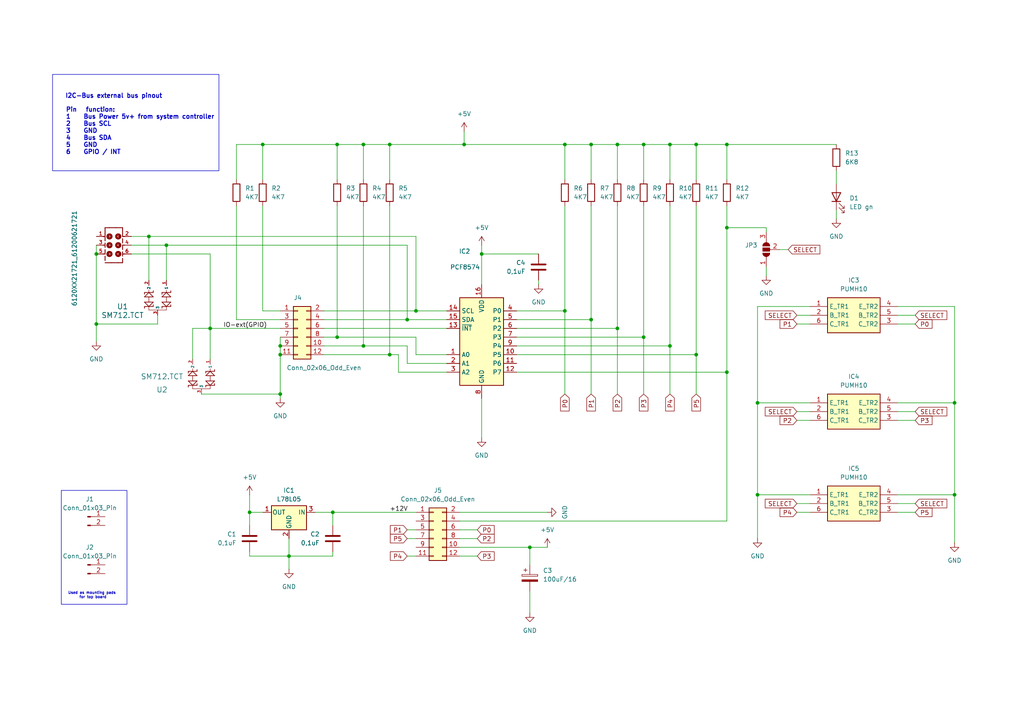
<source format=kicad_sch>
(kicad_sch (version 20250114) (generator "eeschema") (generator_version "9.0")
  (paper "A4")
  (lib_symbols
    (symbol "Connector:Conn_01x02_Pin" (pin_names (offset 1.016) (hide yes))
      (property "Reference" "J" (at 0 2.54 0))
      (property "Value" "Conn_01x02_Pin" (at 0 -5.08 0))
      (symbol "Conn_01x02_Pin_1_1"
        (rectangle (start 0.8636 0.127) (end 0 -0.127) (stroke (width 0.1524)) (fill (type outline)))
        (rectangle (start 0.8636 -2.413) (end 0 -2.667) (stroke (width 0.1524)) (fill (type outline)))
        (polyline (pts (xy 1.27 0) (xy 0.8636 0)) (stroke (width 0.1524)))
        (polyline (pts (xy 1.27 -2.54) (xy 0.8636 -2.54)) (stroke (width 0.1524)))
        (pin passive line (at 5.08 0 180) (length 3.81) (name "Pin_1") (number "1"))
        (pin passive line (at 5.08 -2.54 180) (length 3.81) (name "Pin_2") (number "2"))
      )
    )
    (symbol "Connector_Generic:Conn_02x06_Odd_Even" (pin_names (offset 1.016) (hide yes))
      (property "Reference" "J" (at 1.27 7.62 0))
      (property "Value" "Conn_02x06_Odd_Even" (at 1.27 -10.16 0))
      (symbol "Conn_02x06_Odd_Even_1_1"
        (rectangle (start -1.27 6.35) (end 3.81 -8.89) (stroke (width 0.254)) (fill (type background)))
        (rectangle (start -1.27 5.207) (end 0 4.953) (stroke (width 0.1524)))
        (rectangle (start -1.27 2.667) (end 0 2.413) (stroke (width 0.1524)))
        (rectangle (start -1.27 0.127) (end 0 -0.127) (stroke (width 0.1524)))
        (rectangle (start -1.27 -2.413) (end 0 -2.667) (stroke (width 0.1524)))
        (rectangle (start -1.27 -4.953) (end 0 -5.207) (stroke (width 0.1524)))
        (rectangle (start -1.27 -7.493) (end 0 -7.747) (stroke (width 0.1524)))
        (rectangle (start 3.81 5.207) (end 2.54 4.953) (stroke (width 0.1524)))
        (rectangle (start 3.81 2.667) (end 2.54 2.413) (stroke (width 0.1524)))
        (rectangle (start 3.81 0.127) (end 2.54 -0.127) (stroke (width 0.1524)))
        (rectangle (start 3.81 -2.413) (end 2.54 -2.667) (stroke (width 0.1524)))
        (rectangle (start 3.81 -4.953) (end 2.54 -5.207) (stroke (width 0.1524)))
        (rectangle (start 3.81 -7.493) (end 2.54 -7.747) (stroke (width 0.1524)))
        (pin passive line (at -5.08 5.08 0) (length 3.81) (name "Pin_1") (number "1"))
        (pin passive line (at -5.08 2.54 0) (length 3.81) (name "Pin_3") (number "3"))
        (pin passive line (at -5.08 0 0) (length 3.81) (name "Pin_5") (number "5"))
        (pin passive line (at -5.08 -2.54 0) (length 3.81) (name "Pin_7") (number "7"))
        (pin passive line (at -5.08 -5.08 0) (length 3.81) (name "Pin_9") (number "9"))
        (pin passive line (at -5.08 -7.62 0) (length 3.81) (name "Pin_11") (number "11"))
        (pin passive line (at 7.62 5.08 180) (length 3.81) (name "Pin_2") (number "2"))
        (pin passive line (at 7.62 2.54 180) (length 3.81) (name "Pin_4") (number "4"))
        (pin passive line (at 7.62 0 180) (length 3.81) (name "Pin_6") (number "6"))
        (pin passive line (at 7.62 -2.54 180) (length 3.81) (name "Pin_8") (number "8"))
        (pin passive line (at 7.62 -5.08 180) (length 3.81) (name "Pin_10") (number "10"))
        (pin passive line (at 7.62 -7.62 180) (length 3.81) (name "Pin_12") (number "12"))
      )
    )
    (symbol "Device:C" (pin_numbers (hide yes)) (pin_names (offset 0.254))
      (property "Reference" "C" (at 0.635 2.54 0))
      (property "Value" "C" (at 0.635 -2.54 0))
      (symbol "C_0_1"
        (polyline (pts (xy -2.032 0.762) (xy 2.032 0.762)) (stroke (width 0.508)))
        (polyline (pts (xy -2.032 -0.762) (xy 2.032 -0.762)) (stroke (width 0.508)))
      )
      (symbol "C_1_1"
        (pin passive line (at 0 3.81 270) (length 2.794) (name "~") (number "1"))
        (pin passive line (at 0 -3.81 90) (length 2.794) (name "~") (number "2"))
      )
    )
    (symbol "Device:C_Polarized" (pin_numbers (hide yes)) (pin_names (offset 0.254))
      (property "Reference" "C" (at 0.635 2.54 0))
      (property "Value" "C_Polarized" (at 0.635 -2.54 0))
      (symbol "C_Polarized_0_1"
        (rectangle (start -2.286 0.508) (end 2.286 1.016))
        (polyline (pts (xy -1.778 2.286) (xy -0.762 2.286)))
        (polyline (pts (xy -1.27 2.794) (xy -1.27 1.778)))
        (rectangle (start 2.286 -0.508) (end -2.286 -1.016) (fill (type outline)))
      )
      (symbol "C_Polarized_1_1"
        (pin passive line (at 0 3.81 270) (length 2.794) (name "~") (number "1"))
        (pin passive line (at 0 -3.81 90) (length 2.794) (name "~") (number "2"))
      )
    )
    (symbol "Device:LED" (pin_numbers (hide yes)) (pin_names (offset 1.016) (hide yes))
      (property "Reference" "D" (at 0 2.54 0))
      (property "Value" "LED" (at 0 -2.54 0))
      (symbol "LED_0_1"
        (polyline (pts (xy -3.048 -0.762) (xy -4.572 -2.286) (xy -3.81 -2.286) (xy -4.572 -2.286) (xy -4.572 -1.524)))
        (polyline (pts (xy -1.778 -0.762) (xy -3.302 -2.286) (xy -2.54 -2.286) (xy -3.302 -2.286) (xy -3.302 -1.524)))
        (polyline (pts (xy -1.27 0) (xy 1.27 0)))
        (polyline (pts (xy -1.27 -1.27) (xy -1.27 1.27)) (stroke (width 0.254)))
        (polyline (pts (xy 1.27 -1.27) (xy 1.27 1.27) (xy -1.27 0) (xy 1.27 -1.27)) (stroke (width 0.254)))
      )
      (symbol "LED_1_1"
        (pin passive line (at -3.81 0 0) (length 2.54) (name "K") (number "1"))
        (pin passive line (at 3.81 0 180) (length 2.54) (name "A") (number "2"))
      )
    )
    (symbol "Device:R" (pin_numbers (hide yes)) (pin_names (offset 0))
      (property "Reference" "R" (at 2.032 0 90))
      (property "Value" "R" (at 0 0 90))
      (symbol "R_0_1"
        (rectangle (start -1.016 -2.54) (end 1.016 2.54) (stroke (width 0.254)))
      )
      (symbol "R_1_1"
        (pin passive line (at 0 3.81 270) (length 1.27) (name "~") (number "1"))
        (pin passive line (at 0 -3.81 90) (length 1.27) (name "~") (number "2"))
      )
    )
    (symbol "Interface_Expansion:PCF8574AT"
      (property "Reference" "U" (at -6.35 12.954 0))
      (property "Value" "PCF8574AT" (at 3.048 12.954 0))
      (symbol "PCF8574AT_0_1"
        (rectangle (start -6.35 -13.97) (end 6.35 11.43) (stroke (width 0.254)) (fill (type background)))
      )
      (symbol "PCF8574AT_1_1"
        (pin input line (at -10.16 7.62 0) (length 3.81) (name "SCL") (number "14"))
        (pin bidirectional line (at -10.16 5.08 0) (length 3.81) (name "SDA") (number "15"))
        (pin open_collector line (at -10.16 2.54 0) (length 3.81) (name "~{INT}") (number "13"))
        (pin input line (at -10.16 -5.08 0) (length 3.81) (name "A0") (number "1"))
        (pin input line (at -10.16 -7.62 0) (length 3.81) (name "A1") (number "2"))
        (pin input line (at -10.16 -10.16 0) (length 3.81) (name "A2") (number "3"))
        (pin power_in line (at 0 15.24 270) (length 3.81) (name "VDD") (number "16"))
        (pin power_in line (at 0 -17.78 90) (length 3.81) (name "GND") (number "8"))
        (pin bidirectional line (at 10.16 7.62 180) (length 3.81) (name "P0") (number "4"))
        (pin bidirectional line (at 10.16 5.08 180) (length 3.81) (name "P1") (number "5"))
        (pin bidirectional line (at 10.16 2.54 180) (length 3.81) (name "P2") (number "6"))
        (pin bidirectional line (at 10.16 0 180) (length 3.81) (name "P3") (number "7"))
        (pin bidirectional line (at 10.16 -2.54 180) (length 3.81) (name "P4") (number "9"))
        (pin bidirectional line (at 10.16 -5.08 180) (length 3.81) (name "P5") (number "10"))
        (pin bidirectional line (at 10.16 -7.62 180) (length 3.81) (name "P6") (number "11"))
        (pin bidirectional line (at 10.16 -10.16 180) (length 3.81) (name "P7") (number "12"))
      )
    )
    (symbol "Jumper:SolderJumper_3_Open" (pin_names (offset 0) (hide yes)) (exclude_from_sim yes) (in_bom no)
      (property "Reference" "JP" (at -2.54 -2.54 0))
      (property "Value" "SolderJumper_3_Open" (at 0 2.794 0))
      (symbol "SolderJumper_3_Open_0_1"
        (polyline (pts (xy -2.54 0) (xy -2.032 0)))
        (polyline (pts (xy -1.016 1.016) (xy -1.016 -1.016)))
        (arc (start -1.016 -1.016) (mid -2.0276 0) (end -1.016 1.016))
        (arc (start -1.016 -1.016) (mid -2.0276 0) (end -1.016 1.016) (fill (type outline)))
        (rectangle (start -0.508 1.016) (end 0.508 -1.016) (fill (type outline)))
        (polyline (pts (xy 0 -1.27) (xy 0 -1.016)))
        (arc (start 1.016 1.016) (mid 2.0276 0) (end 1.016 -1.016))
        (arc (start 1.016 1.016) (mid 2.0276 0) (end 1.016 -1.016) (fill (type outline)))
        (polyline (pts (xy 1.016 1.016) (xy 1.016 -1.016)))
        (polyline (pts (xy 2.54 0) (xy 2.032 0)))
      )
      (symbol "SolderJumper_3_Open_1_1"
        (pin passive line (at -5.08 0 0) (length 2.54) (name "A") (number "1"))
        (pin passive line (at 0 -3.81 90) (length 2.54) (name "C") (number "2"))
        (pin passive line (at 5.08 0 180) (length 2.54) (name "B") (number "3"))
      )
    )
    (symbol "My_Library:PUMH10"
      (property "Reference" "IC" (at 12.192 6.604 0))
      (property "Value" "PUMH10" (at 9.398 4.572 0))
      (symbol "PUMH10_1_1"
        (rectangle (start 5.08 2.54) (end 20.32 -7.62) (stroke (width 0.254)) (fill (type background)))
        (pin passive line (at 0 0 0) (length 5.08) (name "E_TR1") (number "1"))
        (pin passive line (at 0 -2.54 0) (length 5.08) (name "B_TR1") (number "2"))
        (pin passive line (at 0 -5.08 0) (length 5.08) (name "C_TR1") (number "6"))
        (pin passive line (at 25.4 0 180) (length 5.08) (name "E_TR2") (number "4"))
        (pin passive line (at 25.4 -2.54 180) (length 5.08) (name "B_TR2") (number "5"))
        (pin passive line (at 25.4 -5.08 180) (length 5.08) (name "C_TR2") (number "3"))
      )
    )
    (symbol "My_Library:SM712.TCT" (pin_names (offset 0.254))
      (property "Reference" "U" (at 5.588 -11.176 0))
      (property "Value" "SM712.TCT" (at 5.588 -14.986 0))
      (symbol "SM712.TCT_0_1"
        (polyline (pts (xy 3.556 -1.27) (xy 3.048 -1.27)) (stroke (width 0.2032)))
        (polyline (pts (xy 3.556 -1.27) (xy 3.556 -3.81)) (stroke (width 0.2032)))
        (polyline (pts (xy 3.556 -3.81) (xy 4.064 -3.81)) (stroke (width 0.2032)))
        (polyline (pts (xy 3.556 -6.35) (xy 3.048 -6.35)) (stroke (width 0.2032)))
        (polyline (pts (xy 3.556 -6.35) (xy 3.556 -8.89)) (stroke (width 0.2032)))
        (polyline (pts (xy 3.556 -8.89) (xy 4.064 -8.89)) (stroke (width 0.2032)))
        (polyline (pts (xy 4.826 -1.27) (xy 3.556 -2.54)) (stroke (width 0.2032)))
        (polyline (pts (xy 4.826 -1.27) (xy 4.826 -3.81)) (stroke (width 0.2032)))
        (polyline (pts (xy 4.826 -3.81) (xy 3.556 -2.54)) (stroke (width 0.2032)))
        (polyline (pts (xy 4.826 -6.35) (xy 3.556 -7.62)) (stroke (width 0.2032)))
        (polyline (pts (xy 4.826 -6.35) (xy 4.826 -8.89)) (stroke (width 0.2032)))
        (polyline (pts (xy 4.826 -8.89) (xy 3.556 -7.62)) (stroke (width 0.2032)))
        (polyline (pts (xy 6.35 -1.27) (xy 7.62 -2.54)) (stroke (width 0.2032)))
        (polyline (pts (xy 6.35 -3.81) (xy 6.35 -1.27)) (stroke (width 0.2032)))
        (polyline (pts (xy 6.35 -3.81) (xy 7.62 -2.54)) (stroke (width 0.2032)))
        (polyline (pts (xy 6.35 -6.35) (xy 7.62 -7.62)) (stroke (width 0.2032)))
        (polyline (pts (xy 6.35 -8.89) (xy 6.35 -6.35)) (stroke (width 0.2032)))
        (polyline (pts (xy 6.35 -8.89) (xy 7.62 -7.62)) (stroke (width 0.2032)))
        (polyline (pts (xy 7.62 -1.27) (xy 7.112 -1.27)) (stroke (width 0.2032)))
        (polyline (pts (xy 7.62 -3.81) (xy 7.62 -1.27)) (stroke (width 0.2032)))
        (polyline (pts (xy 7.62 -3.81) (xy 8.128 -3.81)) (stroke (width 0.2032)))
        (polyline (pts (xy 7.62 -6.35) (xy 7.112 -6.35)) (stroke (width 0.2032)))
        (polyline (pts (xy 7.62 -8.89) (xy 7.62 -6.35)) (stroke (width 0.2032)))
        (polyline (pts (xy 7.62 -8.89) (xy 8.128 -8.89)) (stroke (width 0.2032)))
      )
      (symbol "SM712.TCT_1_1"
        (polyline (pts (xy 2.794 -2.54) (xy 3.556 -2.54)) (stroke (width 0.127)))
        (polyline (pts (xy 2.794 -7.62) (xy 3.556 -7.62)) (stroke (width 0.127)))
        (polyline (pts (xy 4.826 -2.54) (xy 6.35 -2.54)))
        (polyline (pts (xy 4.826 -7.62) (xy 6.35 -7.62)))
        (polyline (pts (xy 7.62 -2.54) (xy 8.636 -2.54)) (stroke (width 0.127)))
        (polyline (pts (xy 7.62 -7.62) (xy 8.636 -7.62)) (stroke (width 0.127)))
        (polyline (pts (xy 8.636 -2.54) (xy 8.636 -7.62)) (stroke (width 0.127)))
        (pin passive line (at 0 -2.54 0) (length 1.524) (name "1") (number "1"))
        (pin passive line (at 0 -7.62 0) (length 1.524) (name "2") (number "2"))
        (pin passive line (at 10.16 -5.08 180) (length 1.524) (name "3") (number "3"))
      )
    )
    (symbol "PUMH10:PUMH10"
      (property "Reference" "IC" (at 12.192 6.604 0))
      (property "Value" "PUMH10" (at 9.398 4.572 0))
      (symbol "PUMH10_1_1"
        (rectangle (start 5.08 2.54) (end 20.32 -7.62) (stroke (width 0.254)) (fill (type background)))
        (pin passive line (at 0 0 0) (length 5.08) (name "E_TR1") (number "1"))
        (pin passive line (at 0 -2.54 0) (length 5.08) (name "B_TR1") (number "2"))
        (pin passive line (at 0 -5.08 0) (length 5.08) (name "C_TR1") (number "6"))
        (pin passive line (at 25.4 0 180) (length 5.08) (name "E_TR2") (number "4"))
        (pin passive line (at 25.4 -2.54 180) (length 5.08) (name "B_TR2") (number "5"))
        (pin passive line (at 25.4 -5.08 180) (length 5.08) (name "C_TR2") (number "3"))
      )
    )
    (symbol "PinHeader-Boxed-1X03-2,54-horiz-Wuerth_61200621721:6120XX21721_61200621721" (pin_names (offset 1.016))
      (property "Reference" "J" (at 6.04 0.85 0))
      (symbol "6120XX21721_61200621721_0_0"
        (polyline (pts (xy -5.08 2.54) (xy -5.08 2.54)) (stroke (width 0.254)))
        (polyline (pts (xy -5.08 2.54) (xy -5.08 0.635)) (stroke (width 0.254)))
        (polyline (pts (xy -5.08 0.635) (xy -5.08 -1.27)) (stroke (width 0.254)))
        (polyline (pts (xy -5.08 -1.27) (xy -5.08 -2.54)) (stroke (width 0.254)))
        (polyline (pts (xy -5.08 -2.54) (xy -3.81 -2.54)) (stroke (width 0.254)))
        (polyline (pts (xy -3.175 2.54) (xy -4.445 2.54)) (stroke (width 0.254)))
        (polyline (pts (xy -3.175 -2.54) (xy -1.905 -2.54)) (stroke (width 0.254)))
        (polyline (pts (xy -2.54 3.175) (xy -2.54 2.54)) (stroke (width 0.254)))
        (circle (center -2.54 1.27) (radius 0.254) (stroke (width 0.635)))
        (polyline (pts (xy -2.54 1.27) (xy -2.54 1.905)) (stroke (width 0.254)))
        (circle (center -2.54 -1.27) (radius 0.254) (stroke (width 0.635)))
        (polyline (pts (xy -2.54 -1.27) (xy -2.54 -1.905)) (stroke (width 0.254)))
        (polyline (pts (xy -2.54 -3.175) (xy -2.54 -2.54)) (stroke (width 0.254)))
        (polyline (pts (xy -1.27 2.54) (xy -2.54 2.54)) (stroke (width 0.254)))
        (polyline (pts (xy -1.27 -2.54) (xy 0 -2.54)) (stroke (width 0.254)))
        (polyline (pts (xy 0 3.175) (xy 0 2.54)) (stroke (width 0.254)))
        (circle (center 0 1.27) (radius 0.254) (stroke (width 0.635)))
        (polyline (pts (xy 0 1.27) (xy 0 1.905)) (stroke (width 0.254)))
        (polyline (pts (xy 0 -1.27) (xy 0 -1.905)) (stroke (width 0.254)))
        (circle (center 0 -1.27) (radius 0.254) (stroke (width 0.635)))
        (polyline (pts (xy 0 -3.175) (xy 0 -2.54)) (stroke (width 0.254)))
        (polyline (pts (xy 0.635 2.54) (xy -0.635 2.54)) (stroke (width 0.254)))
        (polyline (pts (xy 0.635 -2.54) (xy 1.905 -2.54)) (stroke (width 0.254)))
        (polyline (pts (xy 2.54 3.175) (xy 2.54 2.54)) (stroke (width 0.254)))
        (polyline (pts (xy 2.54 2.54) (xy 1.27 2.54)) (stroke (width 0.254)))
        (polyline (pts (xy 2.54 1.27) (xy 2.54 1.905)) (stroke (width 0.254)))
        (circle (center 2.54 1.27) (radius 0.254) (stroke (width 0.635)))
        (polyline (pts (xy 2.54 -1.27) (xy 2.54 -1.905)) (stroke (width 0.254)))
        (circle (center 2.54 -1.27) (radius 0.254) (stroke (width 0.635)))
        (polyline (pts (xy 2.54 -2.54) (xy 2.54 -2.54)) (stroke (width 0.254)))
        (polyline (pts (xy 2.54 -2.54) (xy 4.445 -2.54)) (stroke (width 0.254)))
        (polyline (pts (xy 2.54 -3.175) (xy 2.54 -2.54)) (stroke (width 0.254)))
        (polyline (pts (xy 3.175 2.54) (xy 2.54 2.54)) (stroke (width 0.254)))
        (polyline (pts (xy 4.445 -2.54) (xy 5.08 -2.54)) (stroke (width 0.254)))
        (polyline (pts (xy 5.08 2.54) (xy 3.175 2.54)) (stroke (width 0.254)))
        (polyline (pts (xy 5.08 1.27) (xy 5.08 2.54)) (stroke (width 0.254)))
        (polyline (pts (xy 5.08 -0.635) (xy 5.08 1.27)) (stroke (width 0.254)))
        (polyline (pts (xy 5.08 -2.54) (xy 5.08 -0.635)) (stroke (width 0.254)))
        (pin passive line (at -2.54 5.08 270) (length 2.54) (name "~") (number "5"))
        (pin passive line (at -2.54 -5.08 90) (length 2.54) (name "~") (number "6"))
        (pin passive line (at 0 5.08 270) (length 2.54) (name "~") (number "3"))
        (pin passive line (at 0 -5.08 90) (length 2.54) (name "~") (number "4"))
        (pin passive line (at 2.54 5.08 270) (length 2.54) (name "~") (number "1"))
        (pin passive line (at 2.54 -5.08 90) (length 2.54) (name "~") (number "2"))
      )
    )
    (symbol "Regulator_Linear:L78L05_SOT89" (pin_names (offset 0.254))
      (property "Reference" "U" (at -3.81 3.175 0))
      (property "Value" "L78L05_SOT89" (at -0.635 3.175 0))
      (symbol "L78L05_SOT89_0_1"
        (rectangle (start -5.08 1.905) (end 5.08 -5.08) (stroke (width 0.254)) (fill (type background)))
      )
      (symbol "L78L05_SOT89_1_1"
        (pin power_in line (at -7.62 0 0) (length 2.54) (name "IN") (number "3"))
        (pin power_in line (at 0 -7.62 90) (length 2.54) (name "GND") (number "2"))
        (pin power_out line (at 7.62 0 180) (length 2.54) (name "OUT") (number "1"))
      )
    )
    (symbol "power:+5V" (power) (pin_numbers (hide yes)) (pin_names (offset 0) (hide yes))
      (property "Value" "+5V" (at 0 3.556 0))
      (symbol "+5V_0_1"
        (polyline (pts (xy -0.762 1.27) (xy 0 2.54)))
        (polyline (pts (xy 0 2.54) (xy 0.762 1.27)))
        (polyline (pts (xy 0 0) (xy 0 2.54)))
      )
      (symbol "+5V_1_1"
        (pin power_in line (at 0 0 90) (length 0) (name "~") (number "1"))
      )
    )
    (symbol "power:GND" (power) (pin_numbers (hide yes)) (pin_names (offset 0) (hide yes))
      (property "Value" "GND" (at 0 -3.81 0))
      (symbol "GND_0_1"
        (polyline (pts (xy 0 0) (xy 0 -1.27) (xy 1.27 -1.27) (xy 0 -2.54) (xy -1.27 -1.27) (xy 0 -1.27)))
      )
      (symbol "GND_1_1"
        (pin power_in line (at 0 0 270) (length 0) (name "~") (number "1"))
      )
    )
  )
  (rectangle (start 17.78 142.24) (end 36.83 175.26))
  (rectangle (start 15.24 21.59) (end 63.5 49.53))
  (text "Pin	 function:\n1    Bus Power 5v+ from system controller \n2    Bus SCL \n3    GND\n4    Bus SDA\n5    GND\n6    GPIO / INT\n" (exclude_from_sim yes) (at 19.05 38.1 0) (effects (font (size 1.27 1.27) (thickness 0.254) (bold yes)) (justify left)))
  (text "Used as mounting pads\n for top board" (at 26.67 172.72 0) (effects (font (size 0.762 0.762))))
  (text "I2C-Bus external bus pinout" (at 33.02 27.94 0) (effects (font (size 1.27 1.27) (thickness 0.254) (bold yes))))
  (junction (at 171.45 41.91))
  (junction (at 210.82 41.91))
  (junction (at 60.96 95.25))
  (junction (at 201.93 102.87))
  (junction (at 81.28 100.33))
  (junction (at 186.69 41.91))
  (junction (at 210.82 107.95))
  (junction (at 139.7 73.66))
  (junction (at 81.28 114.3))
  (junction (at 48.26 71.12))
  (junction (at 219.71 143.51))
  (junction (at 105.41 41.91))
  (junction (at 276.86 116.84))
  (junction (at 210.82 66.04))
  (junction (at 201.93 41.91))
  (junction (at 105.41 100.33))
  (junction (at 219.71 116.84))
  (junction (at 194.31 100.33))
  (junction (at 163.83 90.17))
  (junction (at 163.83 41.91))
  (junction (at 96.52 148.59))
  (junction (at 194.31 41.91))
  (junction (at 186.69 97.79))
  (junction (at 83.82 161.29))
  (junction (at 113.03 102.87))
  (junction (at 171.45 92.71))
  (junction (at 27.94 93.98))
  (junction (at 179.07 41.91))
  (junction (at 153.67 158.75))
  (junction (at 81.28 102.87))
  (junction (at 97.79 41.91))
  (junction (at 276.86 143.51))
  (junction (at 72.39 148.59))
  (junction (at 179.07 95.25))
  (junction (at 118.11 92.71))
  (junction (at 43.18 68.58))
  (junction (at 120.65 90.17))
  (junction (at 134.62 41.91))
  (junction (at 97.79 97.79))
  (junction (at 76.2 41.91))
  (junction (at 27.94 73.66))
  (junction (at 113.03 41.91))
  (wire (pts (xy 234.95 88.9) (xy 219.71 88.9)))
  (wire (pts (xy 276.86 116.84) (xy 276.86 143.51)))
  (wire (pts (xy 27.94 93.98) (xy 27.94 99.06)))
  (wire (pts (xy 97.79 41.91) (xy 105.41 41.91)))
  (wire (pts (xy 163.83 59.69) (xy 163.83 90.17)))
  (wire (pts (xy 60.96 73.66) (xy 60.96 95.25)))
  (wire (pts (xy 226.06 72.39) (xy 228.6 72.39)))
  (wire (pts (xy 115.57 107.95) (xy 129.54 107.95)))
  (wire (pts (xy 72.39 161.29) (xy 72.39 160.02)))
  (wire (pts (xy 60.96 95.25) (xy 81.28 95.25)))
  (wire (pts (xy 48.26 71.12) (xy 48.26 81.28)))
  (wire (pts (xy 149.86 100.33) (xy 194.31 100.33)))
  (wire (pts (xy 219.71 143.51) (xy 234.95 143.51)))
  (wire (pts (xy 76.2 59.69) (xy 76.2 90.17)))
  (wire (pts (xy 219.71 116.84) (xy 219.71 143.51)))
  (wire (pts (xy 81.28 100.33) (xy 81.28 102.87)))
  (wire (pts (xy 93.98 102.87) (xy 113.03 102.87)))
  (wire (pts (xy 231.14 148.59) (xy 234.95 148.59)))
  (wire (pts (xy 210.82 59.69) (xy 210.82 66.04)))
  (wire (pts (xy 171.45 41.91) (xy 179.07 41.91)))
  (wire (pts (xy 231.14 91.44) (xy 234.95 91.44)))
  (wire (pts (xy 68.58 52.07) (xy 68.58 41.91)))
  (wire (pts (xy 260.35 148.59) (xy 265.43 148.59)))
  (wire (pts (xy 118.11 153.67) (xy 120.65 153.67)))
  (wire (pts (xy 153.67 171.45) (xy 153.67 177.8)))
  (wire (pts (xy 118.11 161.29) (xy 120.65 161.29)))
  (wire (pts (xy 186.69 59.69) (xy 186.69 97.79)))
  (wire (pts (xy 113.03 41.91) (xy 134.62 41.91)))
  (wire (pts (xy 260.35 146.05) (xy 265.43 146.05)))
  (wire (pts (xy 222.25 77.47) (xy 222.25 80.01)))
  (wire (pts (xy 27.94 71.12) (xy 27.94 73.66)))
  (wire (pts (xy 260.35 93.98) (xy 265.43 93.98)))
  (wire (pts (xy 105.41 59.69) (xy 105.41 100.33)))
  (wire (pts (xy 76.2 90.17) (xy 81.28 90.17)))
  (wire (pts (xy 76.2 41.91) (xy 97.79 41.91)))
  (wire (pts (xy 115.57 102.87) (xy 113.03 102.87)))
  (wire (pts (xy 133.35 158.75) (xy 153.67 158.75)))
  (wire (pts (xy 149.86 92.71) (xy 171.45 92.71)))
  (wire (pts (xy 171.45 92.71) (xy 171.45 114.3)))
  (wire (pts (xy 260.35 119.38) (xy 265.43 119.38)))
  (wire (pts (xy 231.14 119.38) (xy 234.95 119.38)))
  (wire (pts (xy 72.39 148.59) (xy 76.2 148.59)))
  (wire (pts (xy 134.62 38.1) (xy 134.62 41.91)))
  (wire (pts (xy 45.72 91.44) (xy 45.72 93.98)))
  (wire (pts (xy 105.41 100.33) (xy 118.11 100.33)))
  (wire (pts (xy 219.71 88.9) (xy 219.71 116.84)))
  (wire (pts (xy 133.35 148.59) (xy 158.75 148.59)))
  (wire (pts (xy 43.18 68.58) (xy 43.18 81.28)))
  (wire (pts (xy 219.71 116.84) (xy 234.95 116.84)))
  (wire (pts (xy 38.1 71.12) (xy 48.26 71.12)))
  (wire (pts (xy 96.52 161.29) (xy 83.82 161.29)))
  (wire (pts (xy 149.86 107.95) (xy 210.82 107.95)))
  (wire (pts (xy 120.65 68.58) (xy 120.65 90.17)))
  (wire (pts (xy 68.58 41.91) (xy 76.2 41.91)))
  (wire (pts (xy 120.65 97.79) (xy 120.65 102.87)))
  (wire (pts (xy 72.39 152.4) (xy 72.39 148.59)))
  (wire (pts (xy 97.79 52.07) (xy 97.79 41.91)))
  (wire (pts (xy 153.67 158.75) (xy 153.67 163.83)))
  (wire (pts (xy 149.86 95.25) (xy 179.07 95.25)))
  (wire (pts (xy 113.03 52.07) (xy 113.03 41.91)))
  (wire (pts (xy 120.65 90.17) (xy 129.54 90.17)))
  (wire (pts (xy 93.98 97.79) (xy 97.79 97.79)))
  (wire (pts (xy 139.7 73.66) (xy 139.7 82.55)))
  (wire (pts (xy 276.86 143.51) (xy 276.86 157.48)))
  (wire (pts (xy 83.82 161.29) (xy 72.39 161.29)))
  (wire (pts (xy 97.79 59.69) (xy 97.79 97.79)))
  (wire (pts (xy 96.52 148.59) (xy 91.44 148.59)))
  (wire (pts (xy 72.39 143.51) (xy 72.39 148.59)))
  (wire (pts (xy 276.86 88.9) (xy 276.86 116.84)))
  (wire (pts (xy 219.71 143.51) (xy 219.71 156.21)))
  (wire (pts (xy 83.82 161.29) (xy 83.82 165.1)))
  (wire (pts (xy 113.03 59.69) (xy 113.03 102.87)))
  (wire (pts (xy 179.07 59.69) (xy 179.07 95.25)))
  (wire (pts (xy 179.07 41.91) (xy 186.69 41.91)))
  (wire (pts (xy 194.31 41.91) (xy 201.93 41.91)))
  (wire (pts (xy 210.82 107.95) (xy 210.82 151.13)))
  (wire (pts (xy 48.26 71.12) (xy 118.11 71.12)))
  (wire (pts (xy 133.35 156.21) (xy 138.43 156.21)))
  (wire (pts (xy 68.58 92.71) (xy 81.28 92.71)))
  (wire (pts (xy 260.35 116.84) (xy 276.86 116.84)))
  (wire (pts (xy 81.28 97.79) (xy 81.28 100.33)))
  (wire (pts (xy 115.57 107.95) (xy 115.57 102.87)))
  (wire (pts (xy 133.35 161.29) (xy 138.43 161.29)))
  (wire (pts (xy 186.69 41.91) (xy 194.31 41.91)))
  (wire (pts (xy 55.88 95.25) (xy 60.96 95.25)))
  (wire (pts (xy 139.7 73.66) (xy 156.21 73.66)))
  (wire (pts (xy 149.86 97.79) (xy 186.69 97.79)))
  (wire (pts (xy 179.07 52.07) (xy 179.07 41.91)))
  (wire (pts (xy 179.07 95.25) (xy 179.07 114.3)))
  (wire (pts (xy 186.69 52.07) (xy 186.69 41.91)))
  (wire (pts (xy 93.98 92.71) (xy 118.11 92.71)))
  (wire (pts (xy 133.35 153.67) (xy 138.43 153.67)))
  (wire (pts (xy 139.7 115.57) (xy 139.7 127)))
  (wire (pts (xy 171.45 59.69) (xy 171.45 92.71)))
  (wire (pts (xy 93.98 95.25) (xy 129.54 95.25)))
  (wire (pts (xy 105.41 41.91) (xy 113.03 41.91)))
  (wire (pts (xy 163.83 41.91) (xy 171.45 41.91)))
  (wire (pts (xy 194.31 100.33) (xy 194.31 114.3)))
  (wire (pts (xy 194.31 59.69) (xy 194.31 100.33)))
  (wire (pts (xy 97.79 97.79) (xy 120.65 97.79)))
  (wire (pts (xy 27.94 93.98) (xy 45.72 93.98)))
  (wire (pts (xy 118.11 100.33) (xy 118.11 105.41)))
  (wire (pts (xy 231.14 146.05) (xy 234.95 146.05)))
  (wire (pts (xy 118.11 156.21) (xy 120.65 156.21)))
  (wire (pts (xy 27.94 73.66) (xy 27.94 93.98)))
  (wire (pts (xy 260.35 91.44) (xy 265.43 91.44)))
  (wire (pts (xy 260.35 121.92) (xy 265.43 121.92)))
  (wire (pts (xy 96.52 148.59) (xy 96.52 152.4)))
  (wire (pts (xy 83.82 156.21) (xy 83.82 161.29)))
  (wire (pts (xy 186.69 97.79) (xy 186.69 114.3)))
  (wire (pts (xy 118.11 71.12) (xy 118.11 92.71)))
  (wire (pts (xy 201.93 52.07) (xy 201.93 41.91)))
  (wire (pts (xy 43.18 68.58) (xy 120.65 68.58)))
  (wire (pts (xy 210.82 41.91) (xy 242.57 41.91)))
  (wire (pts (xy 201.93 102.87) (xy 201.93 114.3)))
  (wire (pts (xy 242.57 60.96) (xy 242.57 63.5)))
  (wire (pts (xy 105.41 52.07) (xy 105.41 41.91)))
  (wire (pts (xy 149.86 102.87) (xy 201.93 102.87)))
  (wire (pts (xy 260.35 88.9) (xy 276.86 88.9)))
  (wire (pts (xy 139.7 71.12) (xy 139.7 73.66)))
  (wire (pts (xy 260.35 143.51) (xy 276.86 143.51)))
  (wire (pts (xy 210.82 66.04) (xy 222.25 66.04)))
  (wire (pts (xy 134.62 41.91) (xy 163.83 41.91)))
  (wire (pts (xy 201.93 41.91) (xy 210.82 41.91)))
  (wire (pts (xy 81.28 102.87) (xy 81.28 114.3)))
  (wire (pts (xy 156.21 81.28) (xy 156.21 82.55)))
  (wire (pts (xy 149.86 90.17) (xy 163.83 90.17)))
  (wire (pts (xy 55.88 95.25) (xy 55.88 104.14)))
  (wire (pts (xy 231.14 93.98) (xy 234.95 93.98)))
  (wire (pts (xy 163.83 90.17) (xy 163.83 114.3)))
  (wire (pts (xy 210.82 52.07) (xy 210.82 41.91)))
  (wire (pts (xy 96.52 148.59) (xy 120.65 148.59)))
  (wire (pts (xy 118.11 105.41) (xy 129.54 105.41)))
  (wire (pts (xy 153.67 158.75) (xy 158.75 158.75)))
  (wire (pts (xy 68.58 59.69) (xy 68.58 92.71)))
  (wire (pts (xy 118.11 92.71) (xy 129.54 92.71)))
  (wire (pts (xy 163.83 52.07) (xy 163.83 41.91)))
  (wire (pts (xy 201.93 59.69) (xy 201.93 102.87)))
  (wire (pts (xy 120.65 102.87) (xy 129.54 102.87)))
  (wire (pts (xy 210.82 66.04) (xy 210.82 107.95)))
  (wire (pts (xy 93.98 100.33) (xy 105.41 100.33)))
  (wire (pts (xy 81.28 114.3) (xy 81.28 115.57)))
  (wire (pts (xy 38.1 73.66) (xy 60.96 73.66)))
  (wire (pts (xy 93.98 90.17) (xy 120.65 90.17)))
  (wire (pts (xy 38.1 68.58) (xy 43.18 68.58)))
  (wire (pts (xy 96.52 160.02) (xy 96.52 161.29)))
  (wire (pts (xy 58.42 114.3) (xy 81.28 114.3)))
  (wire (pts (xy 60.96 95.25) (xy 60.96 104.14)))
  (wire (pts (xy 222.25 66.04) (xy 222.25 67.31)))
  (wire (pts (xy 76.2 52.07) (xy 76.2 41.91)))
  (wire (pts (xy 242.57 49.53) (xy 242.57 53.34)))
  (wire (pts (xy 194.31 52.07) (xy 194.31 41.91)))
  (wire (pts (xy 171.45 52.07) (xy 171.45 41.91)))
  (wire (pts (xy 231.14 121.92) (xy 234.95 121.92)))
  (wire (pts (xy 210.82 151.13) (xy 133.35 151.13)))
  (label "+12V" (at 113.03 148.59 0))
  (label "IO-ext(GPIO)" (at 64.77 95.25 0))
  (global_label "P0" (shape input) (at 265.43 93.98 0) (property "Intersheetrefs" "${INTERSHEET_REFS}" (effects (hide yes))))
  (global_label "P5" (shape input) (at 201.93 114.3 270) (property "Intersheetrefs" "${INTERSHEET_REFS}" (effects (hide yes))))
  (global_label "P2" (shape input) (at 231.14 121.92 180) (property "Intersheetrefs" "${INTERSHEET_REFS}" (effects (hide yes))))
  (global_label "P2" (shape input) (at 179.07 114.3 270) (property "Intersheetrefs" "${INTERSHEET_REFS}" (effects (hide yes))))
  (global_label "SELECT" (shape input) (at 265.43 119.38 0) (property "Intersheetrefs" "${INTERSHEET_REFS}" (effects (hide yes))))
  (global_label "P4" (shape input) (at 231.14 148.59 180) (property "Intersheetrefs" "${INTERSHEET_REFS}" (effects (hide yes))))
  (global_label "P4" (shape input) (at 118.11 161.29 180) (property "Intersheetrefs" "${INTERSHEET_REFS}" (effects (hide yes))))
  (global_label "SELECT" (shape input) (at 231.14 119.38 180) (property "Intersheetrefs" "${INTERSHEET_REFS}" (effects (hide yes))))
  (global_label "P1" (shape input) (at 118.11 153.67 180) (property "Intersheetrefs" "${INTERSHEET_REFS}" (effects (hide yes))))
  (global_label "P2" (shape input) (at 138.43 156.21 0) (property "Intersheetrefs" "${INTERSHEET_REFS}" (effects (hide yes))))
  (global_label "P3" (shape input) (at 186.69 114.3 270) (property "Intersheetrefs" "${INTERSHEET_REFS}" (effects (hide yes))))
  (global_label "P5" (shape input) (at 265.43 148.59 0) (property "Intersheetrefs" "${INTERSHEET_REFS}" (effects (hide yes))))
  (global_label "SELECT" (shape input) (at 265.43 146.05 0) (property "Intersheetrefs" "${INTERSHEET_REFS}" (effects (hide yes))))
  (global_label "P3" (shape input) (at 265.43 121.92 0) (property "Intersheetrefs" "${INTERSHEET_REFS}" (effects (hide yes))))
  (global_label "P3" (shape input) (at 138.43 161.29 0) (property "Intersheetrefs" "${INTERSHEET_REFS}" (effects (hide yes))))
  (global_label "P0" (shape input) (at 163.83 114.3 270) (property "Intersheetrefs" "${INTERSHEET_REFS}" (effects (hide yes))))
  (global_label "SELECT" (shape input) (at 265.43 91.44 0) (property "Intersheetrefs" "${INTERSHEET_REFS}" (effects (hide yes))))
  (global_label "P0" (shape input) (at 138.43 153.67 0) (property "Intersheetrefs" "${INTERSHEET_REFS}" (effects (hide yes))))
  (global_label "P1" (shape input) (at 171.45 114.3 270) (property "Intersheetrefs" "${INTERSHEET_REFS}" (effects (hide yes))))
  (global_label "P5" (shape input) (at 118.11 156.21 180) (property "Intersheetrefs" "${INTERSHEET_REFS}" (effects (hide yes))))
  (global_label "P4" (shape input) (at 194.31 114.3 270) (property "Intersheetrefs" "${INTERSHEET_REFS}" (effects (hide yes))))
  (global_label "P1" (shape input) (at 231.14 93.98 180) (property "Intersheetrefs" "${INTERSHEET_REFS}" (effects (hide yes))))
  (global_label "SELECT" (shape input) (at 231.14 91.44 180) (property "Intersheetrefs" "${INTERSHEET_REFS}" (effects (hide yes))))
  (global_label "SELECT" (shape input) (at 228.6 72.39 0) (property "Intersheetrefs" "${INTERSHEET_REFS}" (effects (hide yes))))
  (global_label "SELECT" (shape input) (at 231.14 146.05 180) (property "Intersheetrefs" "${INTERSHEET_REFS}" (effects (hide yes))))
  (symbol (lib_id "power:GND") (at 83.82 165.1 0) (mirror y) (unit 1)
    (property "Reference" "#PWR05" (effects (hide yes)))
    (property "Value" "GND" (at 83.82 170.18 0))
    (property "Description" "Power symbol creates a global label with name \"GND\" , ground" (effects (hide yes)))
  )
  (symbol (lib_id "Interface_Expansion:PCF8574AT") (at 139.7 97.79 0) (unit 1)
    (property "Reference" "IC2" (at 133.096 72.898 0) (effects (justify left)))
    (property "Value" "PCF8574" (at 130.556 77.47 0) (effects (justify left)))
    (property "Footprint" "Package_SO:SOIC-16W_7.5x10.3mm_P1.27mm" (effects (hide yes)))
    (property "Datasheet" "http://www.nxp.com/docs/en/data-sheet/PCF8574_PCF8574A.pdf" (effects (hide yes)))
    (property "Description" "8 Bit Port/Expander to I2C Bus, fixed address bits 0b0111, SOIC-16" (effects (hide yes)))
  )
  (symbol (lib_id "Device:C") (at 72.39 156.21 0) (mirror y) (unit 1)
    (property "Reference" "C1" (at 68.58 154.9399 0) (effects (justify left)))
    (property "Value" "0,1uF" (at 68.58 157.4799 0) (effects (justify left)))
    (property "Footprint" "Capacitor_SMD:C_0603_1608Metric" (effects (hide yes)))
    (property "Description" "Unpolarized capacitor" (effects (hide yes)))
  )
  (symbol (lib_id "Device:R") (at 105.41 55.88 0) (unit 1)
    (property "Reference" "R4" (at 107.95 54.6099 0) (effects (justify left)))
    (property "Value" "4K7" (at 107.95 57.1499 0) (effects (justify left)))
    (property "Footprint" "Resistor_SMD:R_0603_1608Metric" (effects (hide yes)))
    (property "Description" "Resistor" (effects (hide yes)))
  )
  (symbol (lib_id "power:GND") (at 219.71 156.21 0) (unit 1)
    (property "Reference" "#PWR013" (effects (hide yes)))
    (property "Value" "GND" (at 219.71 161.29 0))
    (property "Description" "Power symbol creates a global label with name \"GND\" , ground" (effects (hide yes)))
  )
  (symbol (lib_id "Device:R") (at 179.07 55.88 0) (unit 1)
    (property "Reference" "R8" (at 181.61 54.6099 0) (effects (justify left)))
    (property "Value" "4K7" (at 181.61 57.1499 0) (effects (justify left)))
    (property "Footprint" "Resistor_SMD:R_0603_1608Metric" (effects (hide yes)))
    (property "Description" "Resistor" (effects (hide yes)))
  )
  (symbol (lib_id "Device:R") (at 97.79 55.88 0) (unit 1)
    (property "Reference" "R3" (at 100.33 54.6099 0) (effects (justify left)))
    (property "Value" "4K7" (at 100.33 57.1499 0) (effects (justify left)))
    (property "Footprint" "Resistor_SMD:R_0603_1608Metric" (effects (hide yes)))
    (property "Description" "Resistor" (effects (hide yes)))
  )
  (symbol (lib_id "My_Library:SM712.TCT") (at 63.5 104.14 270) (unit 1)
    (property "Reference" "U2" (at 46.99 113.03 90) (effects (font (size 1.524 1.524))))
    (property "Value" "SM712.TCT" (at 46.99 109.22 90) (effects (font (size 1.524 1.524))))
    (property "Footprint" "Package_TO_SOT_SMD:SOT-23" (effects (hide yes)))
    (property "Datasheet" "SM712.TCT" (effects (hide yes)))
  )
  (symbol (lib_id "power:+5V") (at 134.62 38.1 0) (unit 1)
    (property "Reference" "#PWR06" (effects (hide yes)))
    (property "Value" "+5V" (at 134.62 33.02 0))
    (property "Description" "Power symbol creates a global label with name \"+5V\"" (effects (hide yes)))
  )
  (symbol (lib_id "power:GND") (at 27.94 99.06 0) (unit 1)
    (property "Reference" "#PWR01" (effects (hide yes)))
    (property "Value" "GND" (at 27.94 104.14 0))
    (property "Description" "Power symbol creates a global label with name \"GND\" , ground" (effects (hide yes)))
  )
  (symbol (lib_id "Device:R") (at 163.83 55.88 0) (unit 1)
    (property "Reference" "R6" (at 166.37 54.6099 0) (effects (justify left)))
    (property "Value" "4K7" (at 166.37 57.1499 0) (effects (justify left)))
    (property "Footprint" "Resistor_SMD:R_0603_1608Metric" (effects (hide yes)))
    (property "Description" "Resistor" (effects (hide yes)))
  )
  (symbol (lib_id "My_Library:PUMH10") (at 234.95 116.84 0) (unit 1)
    (property "Reference" "IC4" (at 247.65 109.22 0))
    (property "Value" "PUMH10" (at 247.65 111.76 0))
    (property "Footprint" "MY_LIBRARY:SOT65P210X110-6N" (effects (hide yes)))
    (property "Datasheet" "https://eu.mouser.com/datasheet/2/916/PEMH10_PUMH10-1599569.pdf" (effects (hide yes)))
    (property "Description" "PUMH10, Digital Transistor, NPN 100mA 50V 2.2k, Ratio Of 0.047, 6-Pin SOT-363" (effects (hide yes)))
    (property "Height" "1.1" (effects (hide yes)))
    (property "Manufacturer_Name" "Nexperia" (effects (hide yes)))
    (property "Manufacturer_Part_Number" "PUMH10" (effects (hide yes)))
    (property "Mouser Part Number" "N/A" (effects (hide yes)))
    (property "Mouser Price/Stock" "https://www.mouser.com/Search/Refine.aspx?Keyword=N%2FA" (effects (hide yes)))
  )
  (symbol (lib_id "Device:R") (at 76.2 55.88 180) (unit 1)
    (property "Reference" "R2" (at 78.74 54.6099 0) (effects (justify right)))
    (property "Value" "4K7" (at 78.74 57.1499 0) (effects (justify right)))
    (property "Footprint" "Resistor_SMD:R_0603_1608Metric" (effects (hide yes)))
    (property "Description" "Resistor" (effects (hide yes)))
  )
  (symbol (lib_id "power:+5V") (at 72.39 143.51 0) (mirror y) (unit 1)
    (property "Reference" "#PWR03" (effects (hide yes)))
    (property "Value" "+5V" (at 72.39 138.43 0))
    (property "Description" "Power symbol creates a global label with name \"+5V\"" (effects (hide yes)))
  )
  (symbol (lib_id "My_Library:PUMH10") (at 234.95 143.51 0) (unit 1)
    (property "Reference" "IC5" (at 247.65 135.89 0))
    (property "Value" "PUMH10" (at 247.65 138.43 0))
    (property "Footprint" "MY_LIBRARY:SOT65P210X110-6N" (effects (hide yes)))
    (property "Datasheet" "https://eu.mouser.com/datasheet/2/916/PEMH10_PUMH10-1599569.pdf" (effects (hide yes)))
    (property "Description" "PUMH10, Digital Transistor, NPN 100mA 50V 2.2k, Ratio Of 0.047, 6-Pin SOT-363" (effects (hide yes)))
    (property "Height" "1.1" (effects (hide yes)))
    (property "Manufacturer_Name" "Nexperia" (effects (hide yes)))
    (property "Manufacturer_Part_Number" "PUMH10" (effects (hide yes)))
    (property "Mouser Part Number" "N/A" (effects (hide yes)))
    (property "Mouser Price/Stock" "https://www.mouser.com/Search/Refine.aspx?Keyword=N%2FA" (effects (hide yes)))
  )
  (symbol (lib_id "power:GND") (at 81.28 115.57 0) (unit 1)
    (property "Reference" "#PWR04" (effects (hide yes)))
    (property "Value" "GND" (at 81.28 120.65 0))
    (property "Description" "Power symbol creates a global label with name \"GND\" , ground" (effects (hide yes)))
  )
  (symbol (lib_id "Device:R") (at 242.57 45.72 0) (unit 1)
    (property "Reference" "R13" (at 245.11 44.4499 0) (effects (justify left)))
    (property "Value" "6K8" (at 245.11 46.9899 0) (effects (justify left)))
    (property "Footprint" "Resistor_SMD:R_0603_1608Metric" (effects (hide yes)))
    (property "Description" "Resistor" (effects (hide yes)))
  )
  (symbol (lib_id "Device:R") (at 68.58 55.88 180) (unit 1)
    (property "Reference" "R1" (at 71.12 54.6099 0) (effects (justify right)))
    (property "Value" "4K7" (at 71.12 57.1499 0) (effects (justify right)))
    (property "Footprint" "Resistor_SMD:R_0603_1608Metric" (effects (hide yes)))
    (property "Description" "Resistor" (effects (hide yes)))
  )
  (symbol (lib_id "power:+5V") (at 139.7 71.12 0) (unit 1)
    (property "Reference" "#PWR07" (effects (hide yes)))
    (property "Value" "+5V" (at 139.7 66.04 0))
    (property "Description" "Power symbol creates a global label with name \"+5V\"" (effects (hide yes)))
  )
  (symbol (lib_id "Device:R") (at 171.45 55.88 0) (unit 1)
    (property "Reference" "R7" (at 173.99 54.6099 0) (effects (justify left)))
    (property "Value" "4K7" (at 173.99 57.1499 0) (effects (justify left)))
    (property "Footprint" "Resistor_SMD:R_0603_1608Metric" (effects (hide yes)))
    (property "Description" "Resistor" (effects (hide yes)))
  )
  (symbol (lib_id "My_Library:SM712.TCT") (at 50.8 81.28 270) (unit 1)
    (property "Reference" "U1" (at 35.56 88.9 90) (effects (font (size 1.524 1.524))))
    (property "Value" "SM712.TCT" (at 35.56 91.44 90) (effects (font (size 1.524 1.524))))
    (property "Footprint" "Package_TO_SOT_SMD:SOT-23" (effects (hide yes)))
    (property "Datasheet" "SM712.TCT" (effects (hide yes)))
  )
  (symbol (lib_id "Device:C") (at 156.21 77.47 0) (mirror y) (unit 1)
    (property "Reference" "C4" (at 152.4 76.1999 0) (effects (justify left)))
    (property "Value" "0,1uF" (at 152.4 78.7399 0) (effects (justify left)))
    (property "Footprint" "Capacitor_SMD:C_0603_1608Metric" (effects (hide yes)))
    (property "Description" "Unpolarized capacitor" (effects (hide yes)))
  )
  (symbol (lib_id "power:+5V") (at 158.75 158.75 0) (mirror y) (unit 1)
    (property "Reference" "#PWR012" (effects (hide yes)))
    (property "Value" "+5V" (at 158.75 153.67 0))
    (property "Description" "Power symbol creates a global label with name \"+5V\"" (effects (hide yes)))
  )
  (symbol (lib_id "Device:R") (at 194.31 55.88 0) (unit 1)
    (property "Reference" "R10" (at 196.85 54.6099 0) (effects (justify left)))
    (property "Value" "4K7" (at 196.85 57.1499 0) (effects (justify left)))
    (property "Footprint" "Resistor_SMD:R_0603_1608Metric" (effects (hide yes)))
    (property "Description" "Resistor" (effects (hide yes)))
  )
  (symbol (lib_id "Device:C_Polarized") (at 153.67 167.64 0) (unit 1)
    (property "Reference" "C3" (at 157.48 165.4809 0) (effects (justify left)))
    (property "Value" "100uF/16" (at 157.48 168.0209 0) (effects (justify left)))
    (property "Footprint" "Capacitor_Tantalum_SMD:CP_EIA-7343-20_Kemet-V" (effects (hide yes)))
    (property "Description" "Polarized capacitor" (effects (hide yes)))
  )
  (symbol (lib_id "Device:R") (at 186.69 55.88 0) (unit 1)
    (property "Reference" "R9" (at 189.23 54.6099 0) (effects (justify left)))
    (property "Value" "4K7" (at 189.23 57.1499 0) (effects (justify left)))
    (property "Footprint" "Resistor_SMD:R_0603_1608Metric" (effects (hide yes)))
    (property "Description" "Resistor" (effects (hide yes)))
  )
  (symbol (lib_id "power:GND") (at 158.75 148.59 90) (unit 1)
    (property "Reference" "#PWR011" (effects (hide yes)))
    (property "Value" "GND" (at 163.83 148.59 0))
    (property "Description" "Power symbol creates a global label with name \"GND\" , ground" (effects (hide yes)))
  )
  (symbol (lib_id "Device:R") (at 201.93 55.88 0) (unit 1)
    (property "Reference" "R11" (at 204.47 54.6099 0) (effects (justify left)))
    (property "Value" "4K7" (at 204.47 57.1499 0) (effects (justify left)))
    (property "Footprint" "Resistor_SMD:R_0603_1608Metric" (effects (hide yes)))
    (property "Description" "Resistor" (effects (hide yes)))
  )
  (symbol (lib_id "power:GND") (at 153.67 177.8 0) (unit 1)
    (property "Reference" "#PWR09" (effects (hide yes)))
    (property "Value" "GND" (at 153.67 182.88 0))
    (property "Description" "Power symbol creates a global label with name \"GND\" , ground" (effects (hide yes)))
  )
  (symbol (lib_id "Connector:Conn_01x02_Pin") (at 25.4 149.86 0) (unit 1)
    (property "Reference" "J1" (at 26.035 144.78 0))
    (property "Value" "Conn_01x03_Pin" (at 26.035 147.32 0))
    (property "Footprint" "Connector_PinHeader_2.54mm:PinHeader_1x02_P2.54mm_Vertical" (effects (hide yes)))
    (property "Description" "Generic connector, single row, 01x02, script generated" (effects (hide yes)))
  )
  (symbol (lib_id "power:GND") (at 139.7 127 0) (unit 1)
    (property "Reference" "#PWR08" (effects (hide yes)))
    (property "Value" "GND" (at 139.7 132.08 0))
    (property "Description" "Power symbol creates a global label with name \"GND\" , ground" (effects (hide yes)))
  )
  (symbol (lib_id "PUMH10:PUMH10") (at 234.95 88.9 0) (unit 1)
    (property "Reference" "IC3" (at 247.65 81.28 0))
    (property "Value" "PUMH10" (at 247.65 83.82 0))
    (property "Footprint" "PUMH10:SOT363_NEX" (effects (hide yes)))
    (property "Datasheet" "https://eu.mouser.com/datasheet/2/916/PEMH10_PUMH10-1599569.pdf" (effects (hide yes)))
    (property "Description" "PUMH10, Digital Transistor, NPN 100mA 50V 2.2k, Ratio Of 0.047, 6-Pin SOT-363" (effects (hide yes)))
    (property "Height" "1.1" (effects (hide yes)))
    (property "Manufacturer_Name" "Nexperia" (effects (hide yes)))
    (property "Manufacturer_Part_Number" "PUMH10" (effects (hide yes)))
    (property "Mouser Part Number" "N/A" (effects (hide yes)))
    (property "Mouser Price/Stock" "https://www.mouser.com/Search/Refine.aspx?Keyword=N%2FA" (effects (hide yes)))
  )
  (symbol (lib_id "Connector_Generic:Conn_02x06_Odd_Even") (at 86.36 95.25 0) (unit 1)
    (property "Reference" "J4" (at 86.36 86.36 0))
    (property "Value" "Conn_02x06_Odd_Even" (at 93.98 106.68 0))
    (property "Footprint" "Connector_PinHeader_2.54mm:PinHeader_2x06_P2.54mm_Horizontal" (effects (hide yes)))
    (property "Description" "Generic connector, double row, 02x06, odd/even pin numbering scheme (row 1 odd numbers, row 2 even numbers), script generated (kicad-library-utils/schlib/autogen/connector/)" (effects (hide yes)))
  )
  (symbol (lib_id "Device:LED") (at 242.57 57.15 90) (unit 1)
    (property "Reference" "D1" (at 246.38 57.4674 90) (effects (justify right)))
    (property "Value" "LED gn" (at 246.38 60.0074 90) (effects (justify right)))
    (property "Footprint" "LED_SMD:LED_0603_1608Metric" (effects (hide yes)))
    (property "Description" "Light emitting diode" (effects (hide yes)))
  )
  (symbol (lib_id "Device:R") (at 210.82 55.88 0) (unit 1)
    (property "Reference" "R12" (at 213.36 54.6099 0) (effects (justify left)))
    (property "Value" "4K7" (at 213.36 57.1499 0) (effects (justify left)))
    (property "Footprint" "Resistor_SMD:R_0603_1608Metric" (effects (hide yes)))
    (property "Description" "Resistor" (effects (hide yes)))
  )
  (symbol (lib_id "Connector:Conn_01x02_Pin") (at 25.4 163.83 0) (unit 1)
    (property "Reference" "J2" (at 26.035 158.75 0))
    (property "Value" "Conn_01x03_Pin" (at 26.035 161.29 0))
    (property "Footprint" "Connector_PinHeader_2.54mm:PinHeader_1x02_P2.54mm_Vertical" (effects (hide yes)))
    (property "Description" "Generic connector, single row, 01x02, script generated" (effects (hide yes)))
  )
  (symbol (lib_id "Connector_Generic:Conn_02x06_Odd_Even") (at 125.73 153.67 0) (unit 1)
    (property "Reference" "J5" (at 127 142.24 0))
    (property "Value" "Conn_02x06_Odd_Even" (at 127 144.78 0))
    (property "Footprint" "Connector_PinSocket_2.54mm:PinSocket_2x06_P2.54mm_Horizontal" (effects (hide yes)))
    (property "Description" "Generic connector, double row, 02x06, odd/even pin numbering scheme (row 1 odd numbers, row 2 even numbers), script generated (kicad-library-utils/schlib/autogen/connector/)" (effects (hide yes)))
  )
  (symbol (lib_id "Jumper:SolderJumper_3_Open") (at 222.25 72.39 90) (unit 1) (exclude_from_sim yes) (in_bom no)
    (property "Reference" "JP3" (at 219.71 71.1199 90) (effects (justify left)))
    (property "Value" "SolderJumper_3_Open" (effects (hide yes)))
    (property "Footprint" "Jumper:SolderJumper-3_P1.3mm_Open_RoundedPad1.0x1.5mm_NumberLabels" (effects (hide yes)))
    (property "Description" "Solder Jumper, 3-pole, open" (effects (hide yes)))
  )
  (symbol (lib_id "Device:C") (at 96.52 156.21 0) (mirror y) (unit 1)
    (property "Reference" "C2" (at 92.71 154.9399 0) (effects (justify left)))
    (property "Value" "0,1uF" (at 92.71 157.4799 0) (effects (justify left)))
    (property "Footprint" "Capacitor_SMD:C_0603_1608Metric" (effects (hide yes)))
    (property "Description" "Unpolarized capacitor" (effects (hide yes)))
  )
  (symbol (lib_id "power:GND") (at 222.25 80.01 0) (unit 1)
    (property "Reference" "#PWR014" (effects (hide yes)))
    (property "Value" "GND" (at 222.25 85.09 0))
    (property "Description" "Power symbol creates a global label with name \"GND\" , ground" (effects (hide yes)))
  )
  (symbol (lib_id "power:GND") (at 276.86 157.48 0) (unit 1)
    (property "Reference" "#PWR016" (effects (hide yes)))
    (property "Value" "GND" (at 276.86 162.56 0))
    (property "Description" "Power symbol creates a global label with name \"GND\" , ground" (effects (hide yes)))
  )
  (symbol (lib_id "PinHeader-Boxed-1X03-2,54-horiz-Wuerth_61200621721:6120XX21721_61200621721") (at 33.02 71.12 90) (unit 1)
    (property "Reference" "J3" (effects (hide yes)))
    (property "Value" "6120XX21721_61200621721" (at 21.59 74.93 0))
    (property "Footprint" "MYlib_GLOBAL:PinHeader-Boxed-1X03-2,54-horiz-Wuerth_61200621721" (effects (hide yes)))
    (property "CONTACT-RESISTANCE" "20mOhm" (effects (hide yes)))
    (property "Check_prices" "https://www.snapeda.com/parts/61200621721/Wurth+Elektronik/view-part/?ref=eda" (effects (hide yes)))
    (property "Package" "None" (effects (hide yes)))
    (property "MOUNT" "THT" (effects (hide yes)))
    (property "IR" "3A" (effects (hide yes)))
    (property "VALUE" "61200621721" (effects (hide yes)))
    (property "SnapEDA_Link" "https://www.snapeda.com/parts/61200621721/Wurth+Elektronik/view-part/?ref=snap" (effects (hide yes)))
    (property "WORKING-VOLTAGE" "250V(AC)" (effects (hide yes)))
    (property "PART-NUMBER" "61200621721" (effects (hide yes)))
    (property "Purchase-URL" "https://www.snapeda.com/api/url_track_click_mouser/?unipart_id=4791734&manufacturer=Würth Elektronik&part_name=61200621721&search_term=würth 	 61200621721" (effects (hide yes)))
    (property "MF" "Würth Elektronik" (effects (hide yes)))
    (property "Description_1" "\nConnector Header Through Hole, Right Angle 6 position 0.100 (2.54mm)\n" (effects (hide yes)))
    (property "GENDER" "Male" (effects (hide yes)))
    (property "Price" "None" (effects (hide yes)))
    (property "PACKAGING" "Tray" (effects (hide yes)))
    (property "LENGTH" "15.28mm" (effects (hide yes)))
    (property "DATASHEET-URL" "https://www.we-online.com/redexpert/spec/61200621721?ae" (effects (hide yes)))
    (property "MP" "61200621721" (effects (hide yes)))
    (property "PITCH" "2.54mm" (effects (hide yes)))
    (property "PINS" "6" (effects (hide yes)))
    (property "TYPE" "Angled" (effects (hide yes)))
    (property "Availability" "In Stock" (effects (hide yes)))
  )
  (symbol (lib_id "Regulator_Linear:L78L05_SOT89") (at 83.82 148.59 0) (mirror y) (unit 1)
    (property "Reference" "IC1" (at 83.82 142.24 0))
    (property "Value" "L78L05" (at 83.82 144.78 0))
    (property "Footprint" "Package_TO_SOT_SMD:SOT-89-3" (effects (hide yes)))
    (property "Datasheet" "http://www.st.com/content/ccc/resource/technical/document/datasheet/15/55/e5/aa/23/5b/43/fd/CD00000446.pdf/files/CD00000446.pdf/jcr:content/translations/en.CD00000446.pdf" (effects (hide yes)))
    (property "Description" "Positive 100mA 30V Linear Regulator, Fixed Output 5V, SOT-89" (effects (hide yes)))
  )
  (symbol (lib_id "power:GND") (at 242.57 63.5 0) (unit 1)
    (property "Reference" "#PWR015" (effects (hide yes)))
    (property "Value" "GND" (at 242.57 68.58 0))
    (property "Description" "Power symbol creates a global label with name \"GND\" , ground" (effects (hide yes)))
  )
  (symbol (lib_id "Device:R") (at 113.03 55.88 0) (unit 1)
    (property "Reference" "R5" (at 115.57 54.6099 0) (effects (justify left)))
    (property "Value" "4K7" (at 115.57 57.1499 0) (effects (justify left)))
    (property "Footprint" "Resistor_SMD:R_0603_1608Metric" (effects (hide yes)))
    (property "Description" "Resistor" (effects (hide yes)))
  )
  (symbol (lib_id "power:GND") (at 156.21 82.55 0) (unit 1)
    (property "Reference" "#PWR010" (effects (hide yes)))
    (property "Value" "GND" (at 156.21 87.63 0))
    (property "Description" "Power symbol creates a global label with name \"GND\" , ground" (effects (hide yes)))
  )
)
</source>
